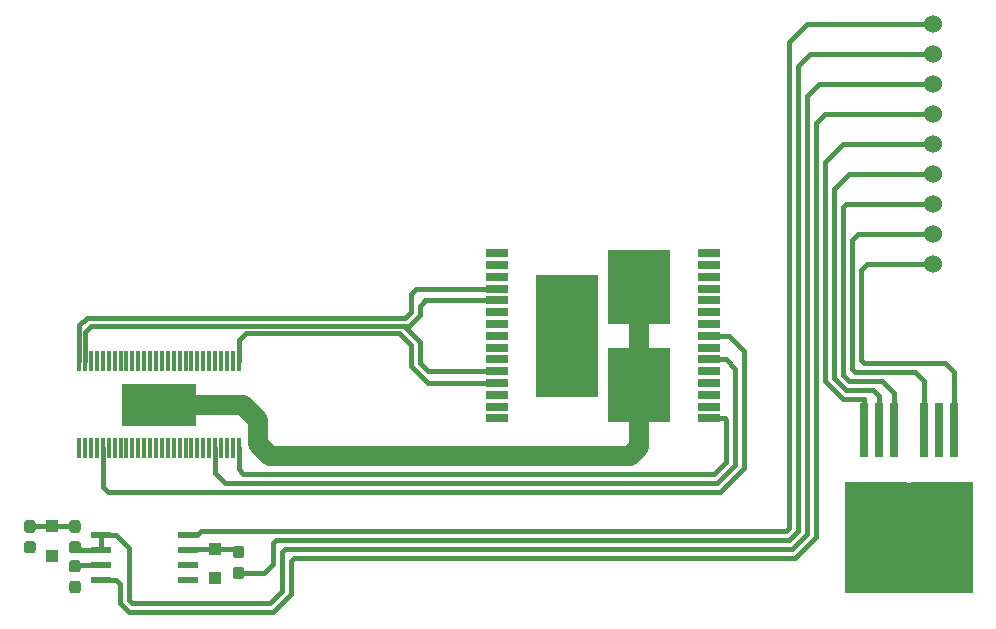
<source format=gbr>
G04 #@! TF.GenerationSoftware,KiCad,Pcbnew,(5.1.2)-1*
G04 #@! TF.CreationDate,2019-07-26T16:38:25-05:00*
G04 #@! TF.ProjectId,Austin_Christman_BIZ_Card,41757374-696e-45f4-9368-726973746d61,rev?*
G04 #@! TF.SameCoordinates,Original*
G04 #@! TF.FileFunction,Copper,L1,Top*
G04 #@! TF.FilePolarity,Positive*
%FSLAX46Y46*%
G04 Gerber Fmt 4.6, Leading zero omitted, Abs format (unit mm)*
G04 Created by KiCad (PCBNEW (5.1.2)-1) date 2019-07-26 16:38:25*
%MOMM*%
%LPD*%
G04 APERTURE LIST*
%ADD10R,5.257800X6.223000*%
%ADD11R,5.257800X10.312400*%
%ADD12R,1.854200X0.635000*%
%ADD13R,6.350000X3.610000*%
%ADD14R,0.304800X1.676400*%
%ADD15R,0.800000X4.600000*%
%ADD16R,10.800000X9.400000*%
%ADD17R,5.250000X4.550000*%
%ADD18R,1.000000X1.000000*%
%ADD19C,0.100000*%
%ADD20C,0.950000*%
%ADD21R,1.750000X0.550000*%
%ADD22C,1.524000*%
%ADD23C,0.381000*%
%ADD24C,1.651000*%
G04 APERTURE END LIST*
D10*
X160274000Y-104749600D03*
D11*
X154178000Y-100584000D03*
D10*
X160274000Y-96418400D03*
D12*
X166230300Y-93583999D03*
X166230300Y-94583999D03*
X166230300Y-95584000D03*
X166230300Y-96584000D03*
X166230300Y-97584001D03*
X166230300Y-98583999D03*
X166230300Y-99583999D03*
X166230300Y-100584000D03*
X166230300Y-101584001D03*
X166230300Y-102584001D03*
X166230300Y-103583999D03*
X166230300Y-104584000D03*
X166230300Y-105584000D03*
X166230300Y-106584001D03*
X166230300Y-107583999D03*
X148221700Y-107584001D03*
X148221700Y-106584001D03*
X148221700Y-105584000D03*
X148221700Y-104584000D03*
X148221700Y-103583999D03*
X148221700Y-102584001D03*
X148221700Y-101584001D03*
X148221700Y-100584000D03*
X148221700Y-99583999D03*
X148221700Y-98583999D03*
X148221700Y-97584001D03*
X148221700Y-96584000D03*
X148221700Y-95584000D03*
X148221700Y-94583999D03*
X148221700Y-93584001D03*
D13*
X119634000Y-106426000D03*
D14*
X112884014Y-102755700D03*
X113384012Y-102755700D03*
X113884012Y-102755700D03*
X114384010Y-102755700D03*
X114884010Y-102755700D03*
X115384009Y-102755700D03*
X115884008Y-102755700D03*
X116384006Y-102755700D03*
X116884006Y-102755700D03*
X117384004Y-102755700D03*
X117884004Y-102755700D03*
X118384003Y-102755700D03*
X118884002Y-102755700D03*
X119384000Y-102755700D03*
X119884000Y-102755700D03*
X120383998Y-102755700D03*
X120883997Y-102755700D03*
X121383996Y-102755700D03*
X121883996Y-102755700D03*
X122383994Y-102755700D03*
X122883994Y-102755700D03*
X123383992Y-102755700D03*
X123883991Y-102755700D03*
X124383990Y-102755700D03*
X124883990Y-102755700D03*
X125383988Y-102755700D03*
X125883988Y-102755700D03*
X126383986Y-102755700D03*
X126383986Y-110096300D03*
X125883988Y-110096300D03*
X125383988Y-110096300D03*
X124883990Y-110096300D03*
X124383990Y-110096300D03*
X123883991Y-110096300D03*
X123383992Y-110096300D03*
X122883994Y-110096300D03*
X122383994Y-110096300D03*
X121883996Y-110096300D03*
X121383996Y-110096300D03*
X120883997Y-110096300D03*
X120383998Y-110096300D03*
X119884000Y-110096300D03*
X119384000Y-110096300D03*
X118884002Y-110096300D03*
X118384003Y-110096300D03*
X117884004Y-110096300D03*
X117384004Y-110096300D03*
X116884006Y-110096300D03*
X116384006Y-110096300D03*
X115884008Y-110096300D03*
X115384009Y-110096300D03*
X114884010Y-110096300D03*
X114384010Y-110096300D03*
X113884012Y-110096300D03*
X113384012Y-110096300D03*
X112884014Y-110096300D03*
D15*
X186944000Y-108525000D03*
X185674000Y-108525000D03*
X184404000Y-108525000D03*
X181864000Y-108525000D03*
X180594000Y-108525000D03*
X179324000Y-108525000D03*
D16*
X183134000Y-117675000D03*
D17*
X180359000Y-120100000D03*
X185909000Y-115250000D03*
X185909000Y-120100000D03*
X180359000Y-115250000D03*
D18*
X110617000Y-116713000D03*
X110617000Y-119213000D03*
X124396500Y-118618000D03*
X124396500Y-121118000D03*
D19*
G36*
X108972779Y-116203144D02*
G01*
X108995834Y-116206563D01*
X109018443Y-116212227D01*
X109040387Y-116220079D01*
X109061457Y-116230044D01*
X109081448Y-116242026D01*
X109100168Y-116255910D01*
X109117438Y-116271562D01*
X109133090Y-116288832D01*
X109146974Y-116307552D01*
X109158956Y-116327543D01*
X109168921Y-116348613D01*
X109176773Y-116370557D01*
X109182437Y-116393166D01*
X109185856Y-116416221D01*
X109187000Y-116439500D01*
X109187000Y-117014500D01*
X109185856Y-117037779D01*
X109182437Y-117060834D01*
X109176773Y-117083443D01*
X109168921Y-117105387D01*
X109158956Y-117126457D01*
X109146974Y-117146448D01*
X109133090Y-117165168D01*
X109117438Y-117182438D01*
X109100168Y-117198090D01*
X109081448Y-117211974D01*
X109061457Y-117223956D01*
X109040387Y-117233921D01*
X109018443Y-117241773D01*
X108995834Y-117247437D01*
X108972779Y-117250856D01*
X108949500Y-117252000D01*
X108474500Y-117252000D01*
X108451221Y-117250856D01*
X108428166Y-117247437D01*
X108405557Y-117241773D01*
X108383613Y-117233921D01*
X108362543Y-117223956D01*
X108342552Y-117211974D01*
X108323832Y-117198090D01*
X108306562Y-117182438D01*
X108290910Y-117165168D01*
X108277026Y-117146448D01*
X108265044Y-117126457D01*
X108255079Y-117105387D01*
X108247227Y-117083443D01*
X108241563Y-117060834D01*
X108238144Y-117037779D01*
X108237000Y-117014500D01*
X108237000Y-116439500D01*
X108238144Y-116416221D01*
X108241563Y-116393166D01*
X108247227Y-116370557D01*
X108255079Y-116348613D01*
X108265044Y-116327543D01*
X108277026Y-116307552D01*
X108290910Y-116288832D01*
X108306562Y-116271562D01*
X108323832Y-116255910D01*
X108342552Y-116242026D01*
X108362543Y-116230044D01*
X108383613Y-116220079D01*
X108405557Y-116212227D01*
X108428166Y-116206563D01*
X108451221Y-116203144D01*
X108474500Y-116202000D01*
X108949500Y-116202000D01*
X108972779Y-116203144D01*
X108972779Y-116203144D01*
G37*
D20*
X108712000Y-116727000D03*
D19*
G36*
X108972779Y-117953144D02*
G01*
X108995834Y-117956563D01*
X109018443Y-117962227D01*
X109040387Y-117970079D01*
X109061457Y-117980044D01*
X109081448Y-117992026D01*
X109100168Y-118005910D01*
X109117438Y-118021562D01*
X109133090Y-118038832D01*
X109146974Y-118057552D01*
X109158956Y-118077543D01*
X109168921Y-118098613D01*
X109176773Y-118120557D01*
X109182437Y-118143166D01*
X109185856Y-118166221D01*
X109187000Y-118189500D01*
X109187000Y-118764500D01*
X109185856Y-118787779D01*
X109182437Y-118810834D01*
X109176773Y-118833443D01*
X109168921Y-118855387D01*
X109158956Y-118876457D01*
X109146974Y-118896448D01*
X109133090Y-118915168D01*
X109117438Y-118932438D01*
X109100168Y-118948090D01*
X109081448Y-118961974D01*
X109061457Y-118973956D01*
X109040387Y-118983921D01*
X109018443Y-118991773D01*
X108995834Y-118997437D01*
X108972779Y-119000856D01*
X108949500Y-119002000D01*
X108474500Y-119002000D01*
X108451221Y-119000856D01*
X108428166Y-118997437D01*
X108405557Y-118991773D01*
X108383613Y-118983921D01*
X108362543Y-118973956D01*
X108342552Y-118961974D01*
X108323832Y-118948090D01*
X108306562Y-118932438D01*
X108290910Y-118915168D01*
X108277026Y-118896448D01*
X108265044Y-118876457D01*
X108255079Y-118855387D01*
X108247227Y-118833443D01*
X108241563Y-118810834D01*
X108238144Y-118787779D01*
X108237000Y-118764500D01*
X108237000Y-118189500D01*
X108238144Y-118166221D01*
X108241563Y-118143166D01*
X108247227Y-118120557D01*
X108255079Y-118098613D01*
X108265044Y-118077543D01*
X108277026Y-118057552D01*
X108290910Y-118038832D01*
X108306562Y-118021562D01*
X108323832Y-118005910D01*
X108342552Y-117992026D01*
X108362543Y-117980044D01*
X108383613Y-117970079D01*
X108405557Y-117962227D01*
X108428166Y-117956563D01*
X108451221Y-117953144D01*
X108474500Y-117952000D01*
X108949500Y-117952000D01*
X108972779Y-117953144D01*
X108972779Y-117953144D01*
G37*
D20*
X108712000Y-118477000D03*
D19*
G36*
X112782779Y-116203144D02*
G01*
X112805834Y-116206563D01*
X112828443Y-116212227D01*
X112850387Y-116220079D01*
X112871457Y-116230044D01*
X112891448Y-116242026D01*
X112910168Y-116255910D01*
X112927438Y-116271562D01*
X112943090Y-116288832D01*
X112956974Y-116307552D01*
X112968956Y-116327543D01*
X112978921Y-116348613D01*
X112986773Y-116370557D01*
X112992437Y-116393166D01*
X112995856Y-116416221D01*
X112997000Y-116439500D01*
X112997000Y-117014500D01*
X112995856Y-117037779D01*
X112992437Y-117060834D01*
X112986773Y-117083443D01*
X112978921Y-117105387D01*
X112968956Y-117126457D01*
X112956974Y-117146448D01*
X112943090Y-117165168D01*
X112927438Y-117182438D01*
X112910168Y-117198090D01*
X112891448Y-117211974D01*
X112871457Y-117223956D01*
X112850387Y-117233921D01*
X112828443Y-117241773D01*
X112805834Y-117247437D01*
X112782779Y-117250856D01*
X112759500Y-117252000D01*
X112284500Y-117252000D01*
X112261221Y-117250856D01*
X112238166Y-117247437D01*
X112215557Y-117241773D01*
X112193613Y-117233921D01*
X112172543Y-117223956D01*
X112152552Y-117211974D01*
X112133832Y-117198090D01*
X112116562Y-117182438D01*
X112100910Y-117165168D01*
X112087026Y-117146448D01*
X112075044Y-117126457D01*
X112065079Y-117105387D01*
X112057227Y-117083443D01*
X112051563Y-117060834D01*
X112048144Y-117037779D01*
X112047000Y-117014500D01*
X112047000Y-116439500D01*
X112048144Y-116416221D01*
X112051563Y-116393166D01*
X112057227Y-116370557D01*
X112065079Y-116348613D01*
X112075044Y-116327543D01*
X112087026Y-116307552D01*
X112100910Y-116288832D01*
X112116562Y-116271562D01*
X112133832Y-116255910D01*
X112152552Y-116242026D01*
X112172543Y-116230044D01*
X112193613Y-116220079D01*
X112215557Y-116212227D01*
X112238166Y-116206563D01*
X112261221Y-116203144D01*
X112284500Y-116202000D01*
X112759500Y-116202000D01*
X112782779Y-116203144D01*
X112782779Y-116203144D01*
G37*
D20*
X112522000Y-116727000D03*
D19*
G36*
X112782779Y-117953144D02*
G01*
X112805834Y-117956563D01*
X112828443Y-117962227D01*
X112850387Y-117970079D01*
X112871457Y-117980044D01*
X112891448Y-117992026D01*
X112910168Y-118005910D01*
X112927438Y-118021562D01*
X112943090Y-118038832D01*
X112956974Y-118057552D01*
X112968956Y-118077543D01*
X112978921Y-118098613D01*
X112986773Y-118120557D01*
X112992437Y-118143166D01*
X112995856Y-118166221D01*
X112997000Y-118189500D01*
X112997000Y-118764500D01*
X112995856Y-118787779D01*
X112992437Y-118810834D01*
X112986773Y-118833443D01*
X112978921Y-118855387D01*
X112968956Y-118876457D01*
X112956974Y-118896448D01*
X112943090Y-118915168D01*
X112927438Y-118932438D01*
X112910168Y-118948090D01*
X112891448Y-118961974D01*
X112871457Y-118973956D01*
X112850387Y-118983921D01*
X112828443Y-118991773D01*
X112805834Y-118997437D01*
X112782779Y-119000856D01*
X112759500Y-119002000D01*
X112284500Y-119002000D01*
X112261221Y-119000856D01*
X112238166Y-118997437D01*
X112215557Y-118991773D01*
X112193613Y-118983921D01*
X112172543Y-118973956D01*
X112152552Y-118961974D01*
X112133832Y-118948090D01*
X112116562Y-118932438D01*
X112100910Y-118915168D01*
X112087026Y-118896448D01*
X112075044Y-118876457D01*
X112065079Y-118855387D01*
X112057227Y-118833443D01*
X112051563Y-118810834D01*
X112048144Y-118787779D01*
X112047000Y-118764500D01*
X112047000Y-118189500D01*
X112048144Y-118166221D01*
X112051563Y-118143166D01*
X112057227Y-118120557D01*
X112065079Y-118098613D01*
X112075044Y-118077543D01*
X112087026Y-118057552D01*
X112100910Y-118038832D01*
X112116562Y-118021562D01*
X112133832Y-118005910D01*
X112152552Y-117992026D01*
X112172543Y-117980044D01*
X112193613Y-117970079D01*
X112215557Y-117962227D01*
X112238166Y-117956563D01*
X112261221Y-117953144D01*
X112284500Y-117952000D01*
X112759500Y-117952000D01*
X112782779Y-117953144D01*
X112782779Y-117953144D01*
G37*
D20*
X112522000Y-118477000D03*
D19*
G36*
X126625779Y-118376144D02*
G01*
X126648834Y-118379563D01*
X126671443Y-118385227D01*
X126693387Y-118393079D01*
X126714457Y-118403044D01*
X126734448Y-118415026D01*
X126753168Y-118428910D01*
X126770438Y-118444562D01*
X126786090Y-118461832D01*
X126799974Y-118480552D01*
X126811956Y-118500543D01*
X126821921Y-118521613D01*
X126829773Y-118543557D01*
X126835437Y-118566166D01*
X126838856Y-118589221D01*
X126840000Y-118612500D01*
X126840000Y-119187500D01*
X126838856Y-119210779D01*
X126835437Y-119233834D01*
X126829773Y-119256443D01*
X126821921Y-119278387D01*
X126811956Y-119299457D01*
X126799974Y-119319448D01*
X126786090Y-119338168D01*
X126770438Y-119355438D01*
X126753168Y-119371090D01*
X126734448Y-119384974D01*
X126714457Y-119396956D01*
X126693387Y-119406921D01*
X126671443Y-119414773D01*
X126648834Y-119420437D01*
X126625779Y-119423856D01*
X126602500Y-119425000D01*
X126127500Y-119425000D01*
X126104221Y-119423856D01*
X126081166Y-119420437D01*
X126058557Y-119414773D01*
X126036613Y-119406921D01*
X126015543Y-119396956D01*
X125995552Y-119384974D01*
X125976832Y-119371090D01*
X125959562Y-119355438D01*
X125943910Y-119338168D01*
X125930026Y-119319448D01*
X125918044Y-119299457D01*
X125908079Y-119278387D01*
X125900227Y-119256443D01*
X125894563Y-119233834D01*
X125891144Y-119210779D01*
X125890000Y-119187500D01*
X125890000Y-118612500D01*
X125891144Y-118589221D01*
X125894563Y-118566166D01*
X125900227Y-118543557D01*
X125908079Y-118521613D01*
X125918044Y-118500543D01*
X125930026Y-118480552D01*
X125943910Y-118461832D01*
X125959562Y-118444562D01*
X125976832Y-118428910D01*
X125995552Y-118415026D01*
X126015543Y-118403044D01*
X126036613Y-118393079D01*
X126058557Y-118385227D01*
X126081166Y-118379563D01*
X126104221Y-118376144D01*
X126127500Y-118375000D01*
X126602500Y-118375000D01*
X126625779Y-118376144D01*
X126625779Y-118376144D01*
G37*
D20*
X126365000Y-118900000D03*
D19*
G36*
X126625779Y-120126144D02*
G01*
X126648834Y-120129563D01*
X126671443Y-120135227D01*
X126693387Y-120143079D01*
X126714457Y-120153044D01*
X126734448Y-120165026D01*
X126753168Y-120178910D01*
X126770438Y-120194562D01*
X126786090Y-120211832D01*
X126799974Y-120230552D01*
X126811956Y-120250543D01*
X126821921Y-120271613D01*
X126829773Y-120293557D01*
X126835437Y-120316166D01*
X126838856Y-120339221D01*
X126840000Y-120362500D01*
X126840000Y-120937500D01*
X126838856Y-120960779D01*
X126835437Y-120983834D01*
X126829773Y-121006443D01*
X126821921Y-121028387D01*
X126811956Y-121049457D01*
X126799974Y-121069448D01*
X126786090Y-121088168D01*
X126770438Y-121105438D01*
X126753168Y-121121090D01*
X126734448Y-121134974D01*
X126714457Y-121146956D01*
X126693387Y-121156921D01*
X126671443Y-121164773D01*
X126648834Y-121170437D01*
X126625779Y-121173856D01*
X126602500Y-121175000D01*
X126127500Y-121175000D01*
X126104221Y-121173856D01*
X126081166Y-121170437D01*
X126058557Y-121164773D01*
X126036613Y-121156921D01*
X126015543Y-121146956D01*
X125995552Y-121134974D01*
X125976832Y-121121090D01*
X125959562Y-121105438D01*
X125943910Y-121088168D01*
X125930026Y-121069448D01*
X125918044Y-121049457D01*
X125908079Y-121028387D01*
X125900227Y-121006443D01*
X125894563Y-120983834D01*
X125891144Y-120960779D01*
X125890000Y-120937500D01*
X125890000Y-120362500D01*
X125891144Y-120339221D01*
X125894563Y-120316166D01*
X125900227Y-120293557D01*
X125908079Y-120271613D01*
X125918044Y-120250543D01*
X125930026Y-120230552D01*
X125943910Y-120211832D01*
X125959562Y-120194562D01*
X125976832Y-120178910D01*
X125995552Y-120165026D01*
X126015543Y-120153044D01*
X126036613Y-120143079D01*
X126058557Y-120135227D01*
X126081166Y-120129563D01*
X126104221Y-120126144D01*
X126127500Y-120125000D01*
X126602500Y-120125000D01*
X126625779Y-120126144D01*
X126625779Y-120126144D01*
G37*
D20*
X126365000Y-120650000D03*
D21*
X122127500Y-121221500D03*
X122127500Y-119951500D03*
X122127500Y-118681500D03*
X122127500Y-117411500D03*
X114727500Y-117411500D03*
X114727500Y-118681500D03*
X114727500Y-119951500D03*
X114727500Y-121221500D03*
D19*
G36*
X112782779Y-119568644D02*
G01*
X112805834Y-119572063D01*
X112828443Y-119577727D01*
X112850387Y-119585579D01*
X112871457Y-119595544D01*
X112891448Y-119607526D01*
X112910168Y-119621410D01*
X112927438Y-119637062D01*
X112943090Y-119654332D01*
X112956974Y-119673052D01*
X112968956Y-119693043D01*
X112978921Y-119714113D01*
X112986773Y-119736057D01*
X112992437Y-119758666D01*
X112995856Y-119781721D01*
X112997000Y-119805000D01*
X112997000Y-120380000D01*
X112995856Y-120403279D01*
X112992437Y-120426334D01*
X112986773Y-120448943D01*
X112978921Y-120470887D01*
X112968956Y-120491957D01*
X112956974Y-120511948D01*
X112943090Y-120530668D01*
X112927438Y-120547938D01*
X112910168Y-120563590D01*
X112891448Y-120577474D01*
X112871457Y-120589456D01*
X112850387Y-120599421D01*
X112828443Y-120607273D01*
X112805834Y-120612937D01*
X112782779Y-120616356D01*
X112759500Y-120617500D01*
X112284500Y-120617500D01*
X112261221Y-120616356D01*
X112238166Y-120612937D01*
X112215557Y-120607273D01*
X112193613Y-120599421D01*
X112172543Y-120589456D01*
X112152552Y-120577474D01*
X112133832Y-120563590D01*
X112116562Y-120547938D01*
X112100910Y-120530668D01*
X112087026Y-120511948D01*
X112075044Y-120491957D01*
X112065079Y-120470887D01*
X112057227Y-120448943D01*
X112051563Y-120426334D01*
X112048144Y-120403279D01*
X112047000Y-120380000D01*
X112047000Y-119805000D01*
X112048144Y-119781721D01*
X112051563Y-119758666D01*
X112057227Y-119736057D01*
X112065079Y-119714113D01*
X112075044Y-119693043D01*
X112087026Y-119673052D01*
X112100910Y-119654332D01*
X112116562Y-119637062D01*
X112133832Y-119621410D01*
X112152552Y-119607526D01*
X112172543Y-119595544D01*
X112193613Y-119585579D01*
X112215557Y-119577727D01*
X112238166Y-119572063D01*
X112261221Y-119568644D01*
X112284500Y-119567500D01*
X112759500Y-119567500D01*
X112782779Y-119568644D01*
X112782779Y-119568644D01*
G37*
D20*
X112522000Y-120092500D03*
D19*
G36*
X112782779Y-121318644D02*
G01*
X112805834Y-121322063D01*
X112828443Y-121327727D01*
X112850387Y-121335579D01*
X112871457Y-121345544D01*
X112891448Y-121357526D01*
X112910168Y-121371410D01*
X112927438Y-121387062D01*
X112943090Y-121404332D01*
X112956974Y-121423052D01*
X112968956Y-121443043D01*
X112978921Y-121464113D01*
X112986773Y-121486057D01*
X112992437Y-121508666D01*
X112995856Y-121531721D01*
X112997000Y-121555000D01*
X112997000Y-122130000D01*
X112995856Y-122153279D01*
X112992437Y-122176334D01*
X112986773Y-122198943D01*
X112978921Y-122220887D01*
X112968956Y-122241957D01*
X112956974Y-122261948D01*
X112943090Y-122280668D01*
X112927438Y-122297938D01*
X112910168Y-122313590D01*
X112891448Y-122327474D01*
X112871457Y-122339456D01*
X112850387Y-122349421D01*
X112828443Y-122357273D01*
X112805834Y-122362937D01*
X112782779Y-122366356D01*
X112759500Y-122367500D01*
X112284500Y-122367500D01*
X112261221Y-122366356D01*
X112238166Y-122362937D01*
X112215557Y-122357273D01*
X112193613Y-122349421D01*
X112172543Y-122339456D01*
X112152552Y-122327474D01*
X112133832Y-122313590D01*
X112116562Y-122297938D01*
X112100910Y-122280668D01*
X112087026Y-122261948D01*
X112075044Y-122241957D01*
X112065079Y-122220887D01*
X112057227Y-122198943D01*
X112051563Y-122176334D01*
X112048144Y-122153279D01*
X112047000Y-122130000D01*
X112047000Y-121555000D01*
X112048144Y-121531721D01*
X112051563Y-121508666D01*
X112057227Y-121486057D01*
X112065079Y-121464113D01*
X112075044Y-121443043D01*
X112087026Y-121423052D01*
X112100910Y-121404332D01*
X112116562Y-121387062D01*
X112133832Y-121371410D01*
X112152552Y-121357526D01*
X112172543Y-121345544D01*
X112193613Y-121335579D01*
X112215557Y-121327727D01*
X112238166Y-121322063D01*
X112261221Y-121318644D01*
X112284500Y-121317500D01*
X112759500Y-121317500D01*
X112782779Y-121318644D01*
X112782779Y-121318644D01*
G37*
D20*
X112522000Y-121842500D03*
D22*
X185166000Y-94488000D03*
X185166000Y-91948000D03*
X185166000Y-89408000D03*
X185166000Y-86868000D03*
X185166000Y-84328000D03*
X185166000Y-81788000D03*
X185166000Y-79248000D03*
X185166000Y-76708000D03*
X185166000Y-74168000D03*
D23*
X114727500Y-119951500D02*
X112663000Y-119951500D01*
X112663000Y-119951500D02*
X112522000Y-120092500D01*
X112726500Y-118681500D02*
X112522000Y-118477000D01*
X114727500Y-118681500D02*
X112726500Y-118681500D01*
X113018600Y-118719600D02*
X112776000Y-118477000D01*
X114791000Y-118719600D02*
X113018600Y-118719600D01*
X114727500Y-117411500D02*
X114727500Y-118681500D01*
X108585000Y-116727000D02*
X110476000Y-116727000D01*
X112508000Y-116713000D02*
X112522000Y-116727000D01*
X110490000Y-116713000D02*
X112508000Y-116713000D01*
X110476000Y-116727000D02*
X110490000Y-116713000D01*
X122191000Y-118618000D02*
X122127500Y-118681500D01*
X124396500Y-118618000D02*
X122191000Y-118618000D01*
X122127500Y-117411500D02*
X122872500Y-117411500D01*
X122872500Y-117411500D02*
X123190000Y-117094000D01*
X172720000Y-117094000D02*
X172974000Y-116840000D01*
X123190000Y-117094000D02*
X172720000Y-117094000D01*
X172974000Y-116840000D02*
X172974000Y-75692000D01*
X174498000Y-74168000D02*
X179324000Y-74168000D01*
X172974000Y-75692000D02*
X174498000Y-74168000D01*
X126083000Y-118618000D02*
X126365000Y-118900000D01*
X124396500Y-118618000D02*
X126083000Y-118618000D01*
X122127500Y-119951500D02*
X121527500Y-119951500D01*
X174752000Y-76708000D02*
X179324000Y-76708000D01*
X173736000Y-77724000D02*
X174752000Y-76708000D01*
X173736000Y-117094000D02*
X173736000Y-77724000D01*
X128524000Y-120650000D02*
X129286000Y-119888000D01*
X126365000Y-120650000D02*
X128524000Y-120650000D01*
X129286000Y-119888000D02*
X129286000Y-118110000D01*
X129286000Y-118110000D02*
X129540000Y-117856000D01*
X129540000Y-117856000D02*
X172974000Y-117856000D01*
X172974000Y-117856000D02*
X173736000Y-117094000D01*
X130048000Y-118872000D02*
X130048000Y-122174000D01*
X175514000Y-79248000D02*
X174498000Y-80264000D01*
X130048000Y-122174000D02*
X129032000Y-123190000D01*
X174498000Y-80264000D02*
X174498000Y-117348000D01*
X174498000Y-117348000D02*
X173228000Y-118618000D01*
X173228000Y-118618000D02*
X130302000Y-118618000D01*
X130302000Y-118618000D02*
X130048000Y-118872000D01*
X179324000Y-74168000D02*
X185166000Y-74168000D01*
X179324000Y-76708000D02*
X185166000Y-76708000D01*
X179070000Y-79248000D02*
X185166000Y-79248000D01*
X179070000Y-79248000D02*
X175514000Y-79248000D01*
X179324000Y-79248000D02*
X179070000Y-79248000D01*
X185166000Y-81788000D02*
X179070000Y-81788000D01*
X179070000Y-81788000D02*
X179324000Y-81788000D01*
X115983500Y-121221500D02*
X114727500Y-121221500D01*
X116332000Y-121570000D02*
X115983500Y-121221500D01*
X116332000Y-123190000D02*
X116332000Y-121570000D01*
X117094000Y-123952000D02*
X116332000Y-123190000D01*
X129286000Y-123952000D02*
X117094000Y-123952000D01*
X130810000Y-122428000D02*
X129286000Y-123952000D01*
X130810000Y-119634000D02*
X130810000Y-122428000D01*
X179070000Y-81788000D02*
X176022000Y-81788000D01*
X176022000Y-81788000D02*
X175260000Y-82550000D01*
X175260000Y-117602000D02*
X173482000Y-119380000D01*
X173482000Y-119380000D02*
X131064000Y-119380000D01*
X175260000Y-82550000D02*
X175260000Y-117602000D01*
X131064000Y-119380000D02*
X130810000Y-119634000D01*
X115983500Y-117411500D02*
X117094000Y-118522000D01*
X114727500Y-117411500D02*
X115983500Y-117411500D01*
X117094000Y-118522000D02*
X117094000Y-122936000D01*
X117348000Y-123190000D02*
X120650000Y-123190000D01*
X117094000Y-122936000D02*
X117348000Y-123190000D01*
X129032000Y-123190000D02*
X120650000Y-123190000D01*
X120650000Y-123190000D02*
X120396000Y-123190000D01*
X179324000Y-105918000D02*
X179324000Y-108525000D01*
X177546000Y-105918000D02*
X179324000Y-105918000D01*
X176022000Y-104394000D02*
X177546000Y-105918000D01*
X176022000Y-85852000D02*
X176022000Y-104394000D01*
X177546000Y-84328000D02*
X176022000Y-85852000D01*
X185166000Y-84328000D02*
X177546000Y-84328000D01*
X180594000Y-105664000D02*
X180594000Y-108525000D01*
X185166000Y-86868000D02*
X178054000Y-86868000D01*
X176784000Y-104140000D02*
X177800000Y-105156000D01*
X176784000Y-88138000D02*
X176784000Y-104140000D01*
X177800000Y-105156000D02*
X180086000Y-105156000D01*
X178054000Y-86868000D02*
X176784000Y-88138000D01*
X180086000Y-105156000D02*
X180594000Y-105664000D01*
X181864000Y-105410000D02*
X181864000Y-108525000D01*
X177546000Y-89662000D02*
X177546000Y-103886000D01*
X177800000Y-89408000D02*
X177546000Y-89662000D01*
X177546000Y-103886000D02*
X178054000Y-104394000D01*
X185166000Y-89408000D02*
X177800000Y-89408000D01*
X178054000Y-104394000D02*
X180848000Y-104394000D01*
X180848000Y-104394000D02*
X181864000Y-105410000D01*
X184404000Y-104394000D02*
X184404000Y-108525000D01*
X178816000Y-91948000D02*
X178308000Y-92456000D01*
X185166000Y-91948000D02*
X178816000Y-91948000D01*
X178308000Y-92456000D02*
X178308000Y-103378000D01*
X178308000Y-103378000D02*
X178562000Y-103632000D01*
X178562000Y-103632000D02*
X183642000Y-103632000D01*
X183642000Y-103632000D02*
X184404000Y-104394000D01*
X185166000Y-94488000D02*
X179578000Y-94488000D01*
X179578000Y-94488000D02*
X179070000Y-94996000D01*
X179070000Y-94996000D02*
X179070000Y-102616000D01*
X179070000Y-102616000D02*
X179324000Y-102870000D01*
X179324000Y-102870000D02*
X186182000Y-102870000D01*
X186944000Y-103632000D02*
X186944000Y-108525000D01*
X186182000Y-102870000D02*
X186944000Y-103632000D01*
X126383986Y-111905986D02*
X126383986Y-110096300D01*
X166230300Y-107583999D02*
X167538400Y-107583999D01*
X167538400Y-107583999D02*
X167640000Y-107685599D01*
X167640000Y-107685599D02*
X167640000Y-111252000D01*
X167640000Y-111252000D02*
X166624000Y-112268000D01*
X166624000Y-112268000D02*
X126746000Y-112268000D01*
X126746000Y-112268000D02*
X126383986Y-111905986D01*
X167608001Y-102584001D02*
X166230300Y-102584001D01*
X124383990Y-112191990D02*
X125222000Y-113030000D01*
X124383990Y-110096300D02*
X124383990Y-112191990D01*
X125222000Y-113030000D02*
X166878000Y-113030000D01*
X166878000Y-113030000D02*
X168402000Y-111506000D01*
X168402000Y-111506000D02*
X168402000Y-103378000D01*
X168402000Y-103378000D02*
X167608001Y-102584001D01*
X114884010Y-110096300D02*
X114884010Y-113360010D01*
X114884010Y-113360010D02*
X115316000Y-113792000D01*
X115316000Y-113792000D02*
X167132000Y-113792000D01*
X167132000Y-113792000D02*
X169164000Y-111760000D01*
X169164000Y-111760000D02*
X169164000Y-101854000D01*
X167538400Y-100584000D02*
X166230300Y-100584000D01*
X167894000Y-100584000D02*
X167538400Y-100584000D01*
X169164000Y-101854000D02*
X167894000Y-100584000D01*
X141414000Y-96584000D02*
X148221700Y-96584000D01*
X112884014Y-102755700D02*
X112884014Y-99713986D01*
X113538000Y-99060000D02*
X140462000Y-99060000D01*
X140462000Y-99060000D02*
X140970000Y-98552000D01*
X140970000Y-98552000D02*
X140970000Y-97028000D01*
X112884014Y-99713986D02*
X113538000Y-99060000D01*
X140970000Y-97028000D02*
X141414000Y-96584000D01*
X113384012Y-102755700D02*
X113384012Y-100229988D01*
X113384012Y-100229988D02*
X113892012Y-99721988D01*
X113892012Y-99721988D02*
X140361988Y-99721988D01*
X140361988Y-99721988D02*
X140816012Y-99721988D01*
X140816012Y-99721988D02*
X141732000Y-98806000D01*
X142191999Y-97584001D02*
X148221700Y-97584001D01*
X141986000Y-97790000D02*
X142191999Y-97584001D01*
X141986000Y-97790000D02*
X141732000Y-98044000D01*
X141732000Y-98806000D02*
X141732000Y-98044000D01*
X142445999Y-103583999D02*
X148221700Y-103583999D01*
X141732000Y-102870000D02*
X142445999Y-103583999D01*
X140361988Y-99721988D02*
X141732000Y-101092000D01*
X141732000Y-101092000D02*
X141732000Y-102870000D01*
X142430000Y-104584000D02*
X148221700Y-104584000D01*
X126383986Y-100946014D02*
X127000000Y-100330000D01*
X126383986Y-102755700D02*
X126383986Y-100946014D01*
X127000000Y-100330000D02*
X139954000Y-100330000D01*
X139954000Y-100330000D02*
X140970000Y-101346000D01*
X140970000Y-101346000D02*
X140970000Y-103124000D01*
X140970000Y-103124000D02*
X142430000Y-104584000D01*
D24*
X119634000Y-106426000D02*
X126746000Y-106426000D01*
X126746000Y-106426000D02*
X128016000Y-107696000D01*
X128016000Y-107696000D02*
X128016000Y-109728000D01*
X128016000Y-109728000D02*
X129032000Y-110744000D01*
X129032000Y-110744000D02*
X159512000Y-110744000D01*
X160274000Y-109982000D02*
X160274000Y-104749600D01*
X159512000Y-110744000D02*
X160274000Y-109982000D01*
X160274000Y-104749600D02*
X160274000Y-96418400D01*
M02*

</source>
